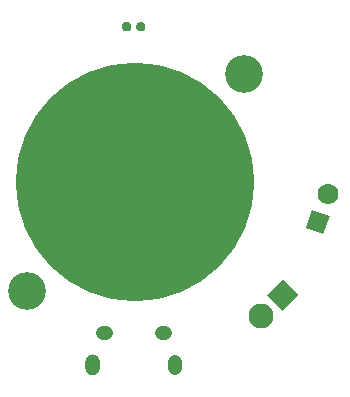
<source format=gbs>
G04 Layer: BottomSolderMaskLayer*
G04 EasyEDA v5.9.42, Tue, 16 Apr 2019 11:47:19 GMT*
G04 d50fdd4d9f664dc78ddcbe030e5111f0*
G04 Gerber Generator version 0.2*
G04 Scale: 100 percent, Rotated: No, Reflected: No *
G04 Dimensions in inches *
G04 leading zeros omitted , absolute positions ,2 integer and 4 decimal *
%FSLAX24Y24*%
%MOIN*%
G90*
G70D02*

%ADD36C,0.047244*%
%ADD37C,0.045276*%
%ADD38C,0.126110*%
%ADD42C,0.082803*%
%ADD49C,0.070000*%
%ADD50C,0.795400*%

%LPD*%
G54D36*
G01X8628Y779D02*
G01X8628Y562D01*
G54D37*
G01X8175Y1733D02*
G01X8293Y1733D01*
G01X6206Y1733D02*
G01X6324Y1733D01*
G54D50*
G01X7300Y6750D03*
G54D38*
G01X10904Y10354D03*
G01X3695Y3145D03*
G36*
G01X12732Y3003D02*
G01X12203Y2475D01*
G01X11675Y3003D01*
G01X12203Y3532D01*
G01X12732Y3003D01*
G37*
G54D42*
G01X11496Y2296D03*
G36*
G01X7007Y11786D02*
G01X6988Y11786D01*
G01X6969Y11790D01*
G01X6951Y11796D01*
G01X6934Y11803D01*
G01X6917Y11813D01*
G01X6901Y11826D01*
G01X6888Y11838D01*
G01X6876Y11853D01*
G01X6867Y11869D01*
G01X6859Y11888D01*
G01X6853Y11905D01*
G01X6850Y11923D01*
G01X6848Y11944D01*
G01X6850Y11963D01*
G01X6853Y11982D01*
G01X6859Y12000D01*
G01X6867Y12017D01*
G01X6876Y12034D01*
G01X6888Y12048D01*
G01X6901Y12061D01*
G01X6917Y12073D01*
G01X6934Y12084D01*
G01X6951Y12090D01*
G01X6969Y12098D01*
G01X6988Y12101D01*
G01X7007Y12101D01*
G01X7026Y12101D01*
G01X7046Y12098D01*
G01X7063Y12090D01*
G01X7080Y12084D01*
G01X7098Y12073D01*
G01X7113Y12061D01*
G01X7126Y12048D01*
G01X7138Y12034D01*
G01X7148Y12017D01*
G01X7155Y12000D01*
G01X7161Y11982D01*
G01X7165Y11963D01*
G01X7165Y11944D01*
G01X7165Y11923D01*
G01X7161Y11905D01*
G01X7155Y11888D01*
G01X7148Y11869D01*
G01X7138Y11853D01*
G01X7126Y11838D01*
G01X7113Y11826D01*
G01X7098Y11813D01*
G01X7080Y11803D01*
G01X7063Y11796D01*
G01X7046Y11790D01*
G01X7026Y11786D01*
G01X7007Y11786D01*
G37*
G36*
G01X7480Y11786D02*
G01X7461Y11786D01*
G01X7442Y11790D01*
G01X7423Y11796D01*
G01X7407Y11803D01*
G01X7388Y11815D01*
G01X7375Y11826D01*
G01X7361Y11838D01*
G01X7351Y11853D01*
G01X7338Y11871D01*
G01X7332Y11888D01*
G01X7326Y11905D01*
G01X7323Y11926D01*
G01X7321Y11944D01*
G01X7323Y11961D01*
G01X7326Y11982D01*
G01X7332Y12000D01*
G01X7338Y12017D01*
G01X7351Y12034D01*
G01X7361Y12048D01*
G01X7375Y12061D01*
G01X7388Y12073D01*
G01X7407Y12084D01*
G01X7423Y12092D01*
G01X7442Y12098D01*
G01X7461Y12101D01*
G01X7480Y12101D01*
G01X7498Y12101D01*
G01X7517Y12098D01*
G01X7536Y12092D01*
G01X7553Y12084D01*
G01X7571Y12073D01*
G01X7584Y12061D01*
G01X7598Y12048D01*
G01X7609Y12034D01*
G01X7621Y12017D01*
G01X7628Y12000D01*
G01X7634Y11982D01*
G01X7636Y11961D01*
G01X7638Y11944D01*
G01X7636Y11926D01*
G01X7634Y11905D01*
G01X7628Y11888D01*
G01X7621Y11871D01*
G01X7609Y11853D01*
G01X7598Y11838D01*
G01X7584Y11826D01*
G01X7571Y11815D01*
G01X7553Y11803D01*
G01X7536Y11796D01*
G01X7517Y11790D01*
G01X7498Y11786D01*
G01X7480Y11786D01*
G37*
G36*
G01X5855Y326D02*
G01X5842Y328D01*
G01X5830Y330D01*
G01X5819Y332D01*
G01X5809Y334D01*
G01X5796Y338D01*
G01X5786Y342D01*
G01X5775Y346D01*
G01X5763Y351D01*
G01X5753Y359D01*
G01X5744Y363D01*
G01X5732Y371D01*
G01X5723Y378D01*
G01X5715Y386D01*
G01X5690Y409D01*
G01X5676Y430D01*
G01X5671Y438D01*
G01X5663Y448D01*
G01X5659Y461D01*
G01X5655Y469D01*
G01X5650Y480D01*
G01X5646Y494D01*
G01X5646Y494D01*
G01X5642Y503D01*
G01X5640Y515D01*
G01X5640Y515D01*
G01X5638Y526D01*
G01X5636Y551D01*
G01X5636Y790D01*
G01X5636Y803D01*
G01X5638Y813D01*
G01X5640Y826D01*
G01X5642Y838D01*
G01X5646Y848D01*
G01X5650Y859D01*
G01X5655Y871D01*
G01X5659Y882D01*
G01X5663Y890D01*
G01X5669Y901D01*
G01X5690Y932D01*
G01X5715Y955D01*
G01X5723Y963D01*
G01X5734Y971D01*
G01X5742Y976D01*
G01X5753Y984D01*
G01X5763Y988D01*
G01X5775Y994D01*
G01X5784Y998D01*
G01X5794Y1003D01*
G01X5809Y1007D01*
G01X5819Y1009D01*
G01X5832Y1011D01*
G01X5844Y1013D01*
G01X5853Y1013D01*
G01X5865Y1015D01*
G01X5878Y1015D01*
G01X5890Y1013D01*
G01X5901Y1013D01*
G01X5911Y1011D01*
G01X5923Y1009D01*
G01X5934Y1007D01*
G01X5948Y1003D01*
G01X5959Y998D01*
G01X5969Y994D01*
G01X5980Y988D01*
G01X5990Y984D01*
G01X6001Y976D01*
G01X6009Y971D01*
G01X6019Y963D01*
G01X6028Y957D01*
G01X6038Y948D01*
G01X6044Y940D01*
G01X6053Y932D01*
G01X6073Y901D01*
G01X6080Y890D01*
G01X6084Y882D01*
G01X6088Y871D01*
G01X6094Y859D01*
G01X6096Y848D01*
G01X6101Y838D01*
G01X6103Y826D01*
G01X6105Y813D01*
G01X6107Y803D01*
G01X6107Y790D01*
G01X6107Y551D01*
G01X6105Y526D01*
G01X6103Y515D01*
G01X6103Y515D01*
G01X6101Y503D01*
G01X6096Y494D01*
G01X6098Y494D01*
G01X6094Y480D01*
G01X6088Y469D01*
G01X6084Y461D01*
G01X6080Y448D01*
G01X6073Y438D01*
G01X6067Y430D01*
G01X6053Y409D01*
G01X6044Y401D01*
G01X6038Y394D01*
G01X6028Y384D01*
G01X6019Y378D01*
G01X6011Y371D01*
G01X6000Y363D01*
G01X5990Y359D01*
G01X5980Y351D01*
G01X5969Y346D01*
G01X5957Y342D01*
G01X5946Y338D01*
G01X5934Y334D01*
G01X5923Y332D01*
G01X5913Y330D01*
G01X5913Y330D01*
G01X5903Y328D01*
G01X5888Y326D01*
G01X5855Y326D01*
G37*
G36*
G01X13193Y5827D02*
G01X13776Y5615D01*
G01X13564Y5032D01*
G01X12981Y5244D01*
G01X13193Y5827D01*
G37*
G54D49*
G01X13721Y6369D03*
M00*
M02*

</source>
